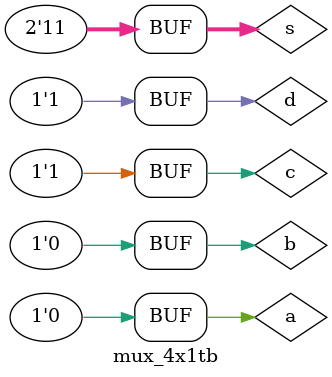
<source format=v>
`timescale 1ns / 1ps


module mux_4x1tb(

    );
    reg a,b,c,d;
    reg [1:0]s;
    wire y;
    mux_4x1 a1(a,b,c,d,s,y);
    initial
    begin
    a=1;b=0;c=1;d=0;s=00;
    #10 s=01;
    #10 s=10;
    #10 s=11;
#10 a=0;b=0;c=1;d=1;s=00;
    #10 s=01;
    #10 s=10;
    #10 s=11;
    end
endmodule

</source>
